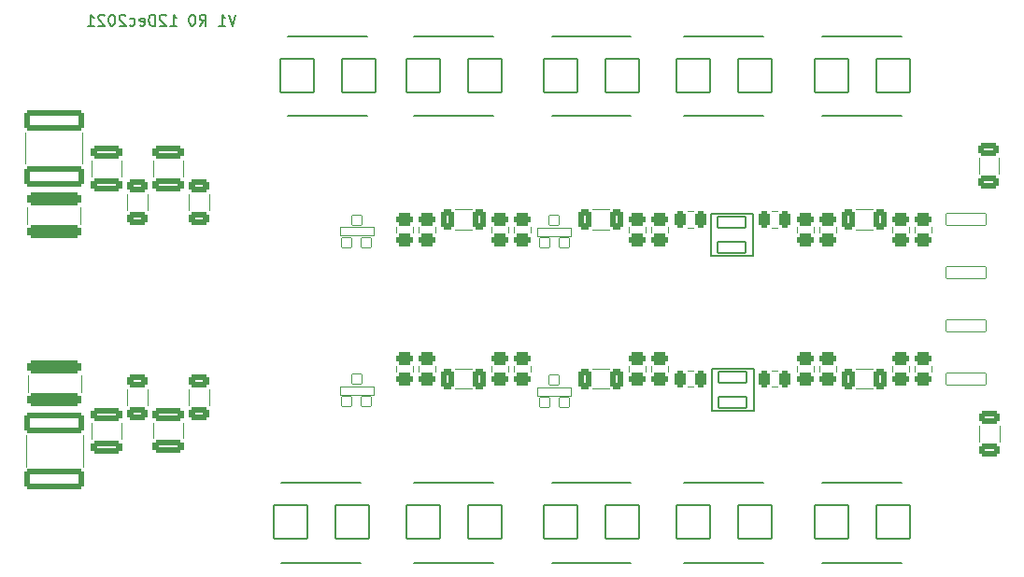
<source format=gbr>
%TF.GenerationSoftware,KiCad,Pcbnew,8.0.6*%
%TF.CreationDate,2024-11-13T10:13:59+01:00*%
%TF.ProjectId,5uH_LISN,3575485f-4c49-4534-9e2e-6b696361645f,V1 R0*%
%TF.SameCoordinates,Original*%
%TF.FileFunction,Legend,Bot*%
%TF.FilePolarity,Positive*%
%FSLAX46Y46*%
G04 Gerber Fmt 4.6, Leading zero omitted, Abs format (unit mm)*
G04 Created by KiCad (PCBNEW 8.0.6) date 2024-11-13 10:13:59*
%MOMM*%
%LPD*%
G01*
G04 APERTURE LIST*
G04 Aperture macros list*
%AMRoundRect*
0 Rectangle with rounded corners*
0 $1 Rounding radius*
0 $2 $3 $4 $5 $6 $7 $8 $9 X,Y pos of 4 corners*
0 Add a 4 corners polygon primitive as box body*
4,1,4,$2,$3,$4,$5,$6,$7,$8,$9,$2,$3,0*
0 Add four circle primitives for the rounded corners*
1,1,$1+$1,$2,$3*
1,1,$1+$1,$4,$5*
1,1,$1+$1,$6,$7*
1,1,$1+$1,$8,$9*
0 Add four rect primitives between the rounded corners*
20,1,$1+$1,$2,$3,$4,$5,0*
20,1,$1+$1,$4,$5,$6,$7,0*
20,1,$1+$1,$6,$7,$8,$9,0*
20,1,$1+$1,$8,$9,$2,$3,0*%
G04 Aperture macros list end*
%ADD10C,0.200000*%
%ADD11C,0.120000*%
%ADD12C,0.119380*%
%ADD13C,0.127000*%
%ADD14C,4.000000*%
%ADD15C,3.700000*%
%ADD16C,2.150000*%
%ADD17C,2.350000*%
%ADD18C,10.203200*%
%ADD19C,8.203200*%
%ADD20RoundRect,0.263889X-2.486111X0.686111X-2.486111X-0.686111X2.486111X-0.686111X2.486111X0.686111X0*%
%ADD21RoundRect,0.263889X2.486111X-0.686111X2.486111X0.686111X-2.486111X0.686111X-2.486111X-0.686111X0*%
%ADD22RoundRect,0.271738X-1.128262X0.353262X-1.128262X-0.353262X1.128262X-0.353262X1.128262X0.353262X0*%
%ADD23RoundRect,0.271738X1.128262X-0.353262X1.128262X0.353262X-1.128262X0.353262X-1.128262X-0.353262X0*%
%ADD24RoundRect,0.050000X-0.457200X-0.457200X0.457200X-0.457200X0.457200X0.457200X-0.457200X0.457200X0*%
%ADD25RoundRect,0.101600X1.270000X0.508000X-1.270000X0.508000X-1.270000X-0.508000X1.270000X-0.508000X0*%
%ADD26RoundRect,0.274388X0.475612X-0.288112X0.475612X0.288112X-0.475612X0.288112X-0.475612X-0.288112X0*%
%ADD27RoundRect,0.274388X-0.475612X0.288112X-0.475612X-0.288112X0.475612X-0.288112X0.475612X0.288112X0*%
%ADD28RoundRect,0.273808X-2.151192X0.301192X-2.151192X-0.301192X2.151192X-0.301192X2.151192X0.301192X0*%
%ADD29RoundRect,0.273808X2.151192X-0.301192X2.151192X0.301192X-2.151192X0.301192X-2.151192X-0.301192X0*%
%ADD30RoundRect,0.272219X-0.340281X-0.652781X0.340281X-0.652781X0.340281X0.652781X-0.340281X0.652781X0*%
%ADD31RoundRect,0.272219X-0.652781X0.340281X-0.652781X-0.340281X0.652781X-0.340281X0.652781X0.340281X0*%
%ADD32RoundRect,0.272219X0.652781X-0.340281X0.652781X0.340281X-0.652781X0.340281X-0.652781X-0.340281X0*%
%ADD33RoundRect,0.275000X-0.275000X-0.500000X0.275000X-0.500000X0.275000X0.500000X-0.275000X0.500000X0*%
%ADD34RoundRect,0.271738X-0.678262X0.353262X-0.678262X-0.353262X0.678262X-0.353262X0.678262X0.353262X0*%
%ADD35RoundRect,0.271738X0.678262X-0.353262X0.678262X0.353262X-0.678262X0.353262X-0.678262X-0.353262X0*%
%ADD36RoundRect,0.050000X1.800000X-0.525000X1.800000X0.525000X-1.800000X0.525000X-1.800000X-0.525000X0*%
%ADD37RoundRect,0.050000X-1.800000X0.525000X-1.800000X-0.525000X1.800000X-0.525000X1.800000X0.525000X0*%
%ADD38RoundRect,0.101600X1.500000X1.500000X-1.500000X1.500000X-1.500000X-1.500000X1.500000X-1.500000X0*%
G04 APERTURE END LIST*
D10*
X23761904Y56032781D02*
X23428571Y55032781D01*
X23428571Y55032781D02*
X23095238Y56032781D01*
X22238095Y55032781D02*
X22809523Y55032781D01*
X22523809Y55032781D02*
X22523809Y56032781D01*
X22523809Y56032781D02*
X22619047Y55889924D01*
X22619047Y55889924D02*
X22714285Y55794686D01*
X22714285Y55794686D02*
X22809523Y55747067D01*
X20476190Y55032781D02*
X20809523Y55508972D01*
X21047618Y55032781D02*
X21047618Y56032781D01*
X21047618Y56032781D02*
X20666666Y56032781D01*
X20666666Y56032781D02*
X20571428Y55985162D01*
X20571428Y55985162D02*
X20523809Y55937543D01*
X20523809Y55937543D02*
X20476190Y55842305D01*
X20476190Y55842305D02*
X20476190Y55699448D01*
X20476190Y55699448D02*
X20523809Y55604210D01*
X20523809Y55604210D02*
X20571428Y55556591D01*
X20571428Y55556591D02*
X20666666Y55508972D01*
X20666666Y55508972D02*
X21047618Y55508972D01*
X19857142Y56032781D02*
X19761904Y56032781D01*
X19761904Y56032781D02*
X19666666Y55985162D01*
X19666666Y55985162D02*
X19619047Y55937543D01*
X19619047Y55937543D02*
X19571428Y55842305D01*
X19571428Y55842305D02*
X19523809Y55651829D01*
X19523809Y55651829D02*
X19523809Y55413734D01*
X19523809Y55413734D02*
X19571428Y55223258D01*
X19571428Y55223258D02*
X19619047Y55128020D01*
X19619047Y55128020D02*
X19666666Y55080400D01*
X19666666Y55080400D02*
X19761904Y55032781D01*
X19761904Y55032781D02*
X19857142Y55032781D01*
X19857142Y55032781D02*
X19952380Y55080400D01*
X19952380Y55080400D02*
X19999999Y55128020D01*
X19999999Y55128020D02*
X20047618Y55223258D01*
X20047618Y55223258D02*
X20095237Y55413734D01*
X20095237Y55413734D02*
X20095237Y55651829D01*
X20095237Y55651829D02*
X20047618Y55842305D01*
X20047618Y55842305D02*
X19999999Y55937543D01*
X19999999Y55937543D02*
X19952380Y55985162D01*
X19952380Y55985162D02*
X19857142Y56032781D01*
X17809523Y55032781D02*
X18380951Y55032781D01*
X18095237Y55032781D02*
X18095237Y56032781D01*
X18095237Y56032781D02*
X18190475Y55889924D01*
X18190475Y55889924D02*
X18285713Y55794686D01*
X18285713Y55794686D02*
X18380951Y55747067D01*
X17428570Y55937543D02*
X17380951Y55985162D01*
X17380951Y55985162D02*
X17285713Y56032781D01*
X17285713Y56032781D02*
X17047618Y56032781D01*
X17047618Y56032781D02*
X16952380Y55985162D01*
X16952380Y55985162D02*
X16904761Y55937543D01*
X16904761Y55937543D02*
X16857142Y55842305D01*
X16857142Y55842305D02*
X16857142Y55747067D01*
X16857142Y55747067D02*
X16904761Y55604210D01*
X16904761Y55604210D02*
X17476189Y55032781D01*
X17476189Y55032781D02*
X16857142Y55032781D01*
X16428570Y55032781D02*
X16428570Y56032781D01*
X16428570Y56032781D02*
X16190475Y56032781D01*
X16190475Y56032781D02*
X16047618Y55985162D01*
X16047618Y55985162D02*
X15952380Y55889924D01*
X15952380Y55889924D02*
X15904761Y55794686D01*
X15904761Y55794686D02*
X15857142Y55604210D01*
X15857142Y55604210D02*
X15857142Y55461353D01*
X15857142Y55461353D02*
X15904761Y55270877D01*
X15904761Y55270877D02*
X15952380Y55175639D01*
X15952380Y55175639D02*
X16047618Y55080400D01*
X16047618Y55080400D02*
X16190475Y55032781D01*
X16190475Y55032781D02*
X16428570Y55032781D01*
X15047618Y55080400D02*
X15142856Y55032781D01*
X15142856Y55032781D02*
X15333332Y55032781D01*
X15333332Y55032781D02*
X15428570Y55080400D01*
X15428570Y55080400D02*
X15476189Y55175639D01*
X15476189Y55175639D02*
X15476189Y55556591D01*
X15476189Y55556591D02*
X15428570Y55651829D01*
X15428570Y55651829D02*
X15333332Y55699448D01*
X15333332Y55699448D02*
X15142856Y55699448D01*
X15142856Y55699448D02*
X15047618Y55651829D01*
X15047618Y55651829D02*
X14999999Y55556591D01*
X14999999Y55556591D02*
X14999999Y55461353D01*
X14999999Y55461353D02*
X15476189Y55366115D01*
X14142856Y55080400D02*
X14238094Y55032781D01*
X14238094Y55032781D02*
X14428570Y55032781D01*
X14428570Y55032781D02*
X14523808Y55080400D01*
X14523808Y55080400D02*
X14571427Y55128020D01*
X14571427Y55128020D02*
X14619046Y55223258D01*
X14619046Y55223258D02*
X14619046Y55508972D01*
X14619046Y55508972D02*
X14571427Y55604210D01*
X14571427Y55604210D02*
X14523808Y55651829D01*
X14523808Y55651829D02*
X14428570Y55699448D01*
X14428570Y55699448D02*
X14238094Y55699448D01*
X14238094Y55699448D02*
X14142856Y55651829D01*
X13761903Y55937543D02*
X13714284Y55985162D01*
X13714284Y55985162D02*
X13619046Y56032781D01*
X13619046Y56032781D02*
X13380951Y56032781D01*
X13380951Y56032781D02*
X13285713Y55985162D01*
X13285713Y55985162D02*
X13238094Y55937543D01*
X13238094Y55937543D02*
X13190475Y55842305D01*
X13190475Y55842305D02*
X13190475Y55747067D01*
X13190475Y55747067D02*
X13238094Y55604210D01*
X13238094Y55604210D02*
X13809522Y55032781D01*
X13809522Y55032781D02*
X13190475Y55032781D01*
X12571427Y56032781D02*
X12476189Y56032781D01*
X12476189Y56032781D02*
X12380951Y55985162D01*
X12380951Y55985162D02*
X12333332Y55937543D01*
X12333332Y55937543D02*
X12285713Y55842305D01*
X12285713Y55842305D02*
X12238094Y55651829D01*
X12238094Y55651829D02*
X12238094Y55413734D01*
X12238094Y55413734D02*
X12285713Y55223258D01*
X12285713Y55223258D02*
X12333332Y55128020D01*
X12333332Y55128020D02*
X12380951Y55080400D01*
X12380951Y55080400D02*
X12476189Y55032781D01*
X12476189Y55032781D02*
X12571427Y55032781D01*
X12571427Y55032781D02*
X12666665Y55080400D01*
X12666665Y55080400D02*
X12714284Y55128020D01*
X12714284Y55128020D02*
X12761903Y55223258D01*
X12761903Y55223258D02*
X12809522Y55413734D01*
X12809522Y55413734D02*
X12809522Y55651829D01*
X12809522Y55651829D02*
X12761903Y55842305D01*
X12761903Y55842305D02*
X12714284Y55937543D01*
X12714284Y55937543D02*
X12666665Y55985162D01*
X12666665Y55985162D02*
X12571427Y56032781D01*
X11857141Y55937543D02*
X11809522Y55985162D01*
X11809522Y55985162D02*
X11714284Y56032781D01*
X11714284Y56032781D02*
X11476189Y56032781D01*
X11476189Y56032781D02*
X11380951Y55985162D01*
X11380951Y55985162D02*
X11333332Y55937543D01*
X11333332Y55937543D02*
X11285713Y55842305D01*
X11285713Y55842305D02*
X11285713Y55747067D01*
X11285713Y55747067D02*
X11333332Y55604210D01*
X11333332Y55604210D02*
X11904760Y55032781D01*
X11904760Y55032781D02*
X11285713Y55032781D01*
X10333332Y55032781D02*
X10904760Y55032781D01*
X10619046Y55032781D02*
X10619046Y56032781D01*
X10619046Y56032781D02*
X10714284Y55889924D01*
X10714284Y55889924D02*
X10809522Y55794686D01*
X10809522Y55794686D02*
X10904760Y55747067D01*
D11*
%TO.C,C1*%
X9876000Y45349748D02*
X9876000Y42518252D01*
X4656000Y45349748D02*
X4656000Y42518252D01*
%TO.C,C2*%
X9934000Y15061252D02*
X9934000Y17892748D01*
X4714000Y15061252D02*
X4714000Y17892748D01*
%TO.C,C5*%
X16268000Y42811252D02*
X16268000Y41388748D01*
X18988000Y42811252D02*
X18988000Y41388748D01*
%TO.C,C6*%
X10668000Y17577748D02*
X10668000Y19000252D01*
X13388000Y17577748D02*
X13388000Y19000252D01*
%TO.C,C7*%
X10668000Y42811252D02*
X10668000Y41388748D01*
X13388000Y42811252D02*
X13388000Y41388748D01*
%TO.C,C8*%
X16268000Y17627748D02*
X16268000Y19050252D01*
X18988000Y17627748D02*
X18988000Y19050252D01*
D12*
%TO.C,D1*%
X33176000Y36019000D02*
X36224000Y36019000D01*
X36224000Y36781000D02*
X33176000Y36781000D01*
X33176000Y36781000D02*
X33176000Y36019000D01*
X36224000Y36019000D02*
X36224000Y36781000D01*
%TO.C,D2*%
X51076000Y35969000D02*
X54124000Y35969000D01*
X54124000Y36731000D02*
X51076000Y36731000D01*
X54124000Y35969000D02*
X54124000Y36731000D01*
X51076000Y36731000D02*
X51076000Y35969000D01*
%TO.C,D3*%
X36224000Y21569000D02*
X36224000Y22331000D01*
X36224000Y22331000D02*
X33176000Y22331000D01*
X33176000Y21569000D02*
X36224000Y21569000D01*
X33176000Y22331000D02*
X33176000Y21569000D01*
%TO.C,D4*%
X54124000Y22231000D02*
X51076000Y22231000D01*
X51076000Y21469000D02*
X54124000Y21469000D01*
X51076000Y22231000D02*
X51076000Y21469000D01*
X54124000Y21469000D02*
X54124000Y22231000D01*
D13*
%TO.C,L6*%
X70605000Y38005000D02*
X66795000Y38005000D01*
X70605000Y34195000D02*
X70605000Y38005000D01*
X66795000Y34195000D02*
X70605000Y34195000D01*
X66795000Y38005000D02*
X66795000Y34195000D01*
D11*
%TO.C,R1*%
X38309000Y36316936D02*
X38309000Y36771064D01*
X39779000Y36316936D02*
X39779000Y36771064D01*
%TO.C,R2*%
X38309000Y24139564D02*
X38309000Y23685436D01*
X39779000Y24139564D02*
X39779000Y23685436D01*
%TO.C,R3*%
X4856000Y38605064D02*
X4856000Y37050936D01*
X9676000Y38605064D02*
X9676000Y37050936D01*
%TO.C,R4*%
X4914000Y21795936D02*
X4914000Y23350064D01*
X9734000Y21795936D02*
X9734000Y23350064D01*
%TO.C,R5*%
X40341000Y36316936D02*
X40341000Y36771064D01*
X41811000Y36316936D02*
X41811000Y36771064D01*
%TO.C,R6*%
X41811000Y24139564D02*
X41811000Y23685436D01*
X40341000Y24139564D02*
X40341000Y23685436D01*
%TO.C,R7*%
X43650936Y38363000D02*
X45105064Y38363000D01*
X43650936Y36543000D02*
X45105064Y36543000D01*
%TO.C,R8*%
X43650936Y22104000D02*
X45105064Y22104000D01*
X43650936Y23924000D02*
X45105064Y23924000D01*
%TO.C,R9*%
X19518000Y39777064D02*
X19518000Y38322936D01*
X21338000Y39777064D02*
X21338000Y38322936D01*
%TO.C,R10*%
X13918000Y20611936D02*
X13918000Y22066064D01*
X15738000Y20611936D02*
X15738000Y22066064D01*
%TO.C,R11*%
X46945000Y36316936D02*
X46945000Y36771064D01*
X48415000Y36316936D02*
X48415000Y36771064D01*
%TO.C,R12*%
X48415000Y24139564D02*
X48415000Y23685436D01*
X46945000Y24139564D02*
X46945000Y23685436D01*
%TO.C,R13*%
X13918000Y39777064D02*
X13918000Y38322936D01*
X15738000Y39777064D02*
X15738000Y38322936D01*
%TO.C,R14*%
X19518000Y20611936D02*
X19518000Y22066064D01*
X21338000Y20611936D02*
X21338000Y22066064D01*
%TO.C,R15*%
X48977000Y36316936D02*
X48977000Y36771064D01*
X50447000Y36316936D02*
X50447000Y36771064D01*
%TO.C,R16*%
X50447000Y24139564D02*
X50447000Y23685436D01*
X48977000Y24139564D02*
X48977000Y23685436D01*
%TO.C,C11*%
X64698748Y38188000D02*
X65221252Y38188000D01*
X64698748Y36718000D02*
X65221252Y36718000D01*
%TO.C,C12*%
X64698748Y23749000D02*
X65221252Y23749000D01*
X64698748Y22279000D02*
X65221252Y22279000D01*
%TO.C,C13*%
X72318748Y36718000D02*
X72841252Y36718000D01*
X72318748Y38188000D02*
X72841252Y38188000D01*
%TO.C,C14*%
X72318748Y23749000D02*
X72841252Y23749000D01*
X72318748Y22279000D02*
X72841252Y22279000D01*
%TO.C,C15*%
X92910000Y43027252D02*
X92910000Y41604748D01*
X91090000Y43027252D02*
X91090000Y41604748D01*
%TO.C,C16*%
X91132000Y17322748D02*
X91132000Y18745252D01*
X92952000Y17322748D02*
X92952000Y18745252D01*
%TO.C,R17*%
X56104936Y38363000D02*
X57559064Y38363000D01*
X56104936Y36543000D02*
X57559064Y36543000D01*
%TO.C,R18*%
X56104936Y22104000D02*
X57559064Y22104000D01*
X56104936Y23924000D02*
X57559064Y23924000D01*
%TO.C,R19*%
X60869000Y36316936D02*
X60869000Y36771064D01*
X59399000Y36316936D02*
X59399000Y36771064D01*
%TO.C,R20*%
X59399000Y24139564D02*
X59399000Y23685436D01*
X60869000Y24139564D02*
X60869000Y23685436D01*
%TO.C,R21*%
X62901000Y36316936D02*
X62901000Y36771064D01*
X61431000Y36316936D02*
X61431000Y36771064D01*
%TO.C,R22*%
X61431000Y24139564D02*
X61431000Y23685436D01*
X62901000Y24139564D02*
X62901000Y23685436D01*
%TO.C,R23*%
X74639000Y36316936D02*
X74639000Y36771064D01*
X76109000Y36316936D02*
X76109000Y36771064D01*
%TO.C,R24*%
X74639000Y24139564D02*
X74639000Y23685436D01*
X76109000Y24139564D02*
X76109000Y23685436D01*
%TO.C,R25*%
X76671000Y36316936D02*
X76671000Y36771064D01*
X78141000Y36316936D02*
X78141000Y36771064D01*
%TO.C,R26*%
X78141000Y24139564D02*
X78141000Y23685436D01*
X76671000Y24139564D02*
X76671000Y23685436D01*
%TO.C,R27*%
X79980936Y38363000D02*
X81435064Y38363000D01*
X79980936Y36543000D02*
X81435064Y36543000D01*
%TO.C,R28*%
X79980936Y22104000D02*
X81435064Y22104000D01*
X79980936Y23924000D02*
X81435064Y23924000D01*
%TO.C,R29*%
X85307000Y36322936D02*
X85307000Y36777064D01*
X86777000Y36322936D02*
X86777000Y36777064D01*
%TO.C,R30*%
X86777000Y24139564D02*
X86777000Y23685436D01*
X85307000Y24139564D02*
X85307000Y23685436D01*
%TO.C,R31*%
X84745000Y36322936D02*
X84745000Y36777064D01*
X83275000Y36322936D02*
X83275000Y36777064D01*
%TO.C,R32*%
X83275000Y24139564D02*
X83275000Y23685436D01*
X84745000Y24139564D02*
X84745000Y23685436D01*
D13*
%TO.C,L8*%
X39900000Y6350000D02*
X47050000Y6350000D01*
X39900000Y13550000D02*
X47050000Y13550000D01*
%TO.C,L7*%
X27900000Y13550000D02*
X35050000Y13550000D01*
X27900000Y6350000D02*
X35050000Y6350000D01*
%TO.C,L11*%
X76900000Y13550000D02*
X84050000Y13550000D01*
X76900000Y6350000D02*
X84050000Y6350000D01*
%TO.C,L10*%
X64400000Y6350000D02*
X71550000Y6350000D01*
X64400000Y13550000D02*
X71550000Y13550000D01*
%TO.C,L4*%
X64400000Y46850000D02*
X71550000Y46850000D01*
X64400000Y54050000D02*
X71550000Y54050000D01*
%TO.C,L12*%
X66895000Y23905000D02*
X66895000Y20095000D01*
X70705000Y23905000D02*
X66895000Y23905000D01*
X70705000Y20095000D02*
X70705000Y23905000D01*
X66895000Y20095000D02*
X70705000Y20095000D01*
%TO.C,L2*%
X39900000Y54050000D02*
X47050000Y54050000D01*
X39900000Y46850000D02*
X47050000Y46850000D01*
%TO.C,L1*%
X28500000Y46850000D02*
X35650000Y46850000D01*
X28500000Y54050000D02*
X35650000Y54050000D01*
%TO.C,L3*%
X52400000Y46850000D02*
X59550000Y46850000D01*
X52400000Y54050000D02*
X59550000Y54050000D01*
%TO.C,L9*%
X52400000Y13550000D02*
X59550000Y13550000D01*
X52400000Y6350000D02*
X59550000Y6350000D01*
%TO.C,L5*%
X76900000Y46850000D02*
X84050000Y46850000D01*
X76900000Y54050000D02*
X84050000Y54050000D01*
%TD*%
%LPC*%
D14*
X107307978Y58434627D02*
G75*
G02*
X110357993Y55392958I319622J-2729527D01*
G01*
X2058333Y55400000D02*
G75*
G02*
X5100004Y58450034I2729567J319600D01*
G01*
X5100000Y2058333D02*
G75*
G02*
X2049966Y5100004I-319600J2729567D01*
G01*
X5624000Y58462000D02*
X107700000Y58462000D01*
X5624000Y2050000D02*
X107200000Y2050000D01*
X110350000Y55600000D02*
X110350000Y4462000D01*
D15*
X1824000Y55600000D02*
X1824000Y4462000D01*
D14*
X110350000Y5100000D02*
G75*
G02*
X107308338Y2050039I-2729500J-319600D01*
G01*
D16*
%TO.C,J1*%
X28500000Y37456500D03*
D17*
X25960000Y39996500D03*
X31040000Y34916500D03*
X25960000Y34916500D03*
X31040000Y39996500D03*
%TD*%
D16*
%TO.C,J2*%
X28500000Y23000000D03*
D17*
X25960000Y25540000D03*
X25960000Y20460000D03*
X31040000Y20460000D03*
X31040000Y25540000D03*
%TD*%
D18*
%TO.C,J4*%
X15000000Y30200000D03*
%TD*%
D19*
%TO.C,H1*%
X5150000Y5000000D03*
%TD*%
%TO.C,H2*%
X5150000Y55500000D03*
%TD*%
%TO.C,H3*%
X107250000Y55500000D03*
%TD*%
%TO.C,H4*%
X107250000Y5000000D03*
%TD*%
D18*
%TO.C,J3*%
X15000000Y49260000D03*
%TD*%
%TO.C,J5*%
X15000000Y11140000D03*
%TD*%
%TO.C,J6*%
X97400000Y30200000D03*
%TD*%
%TO.C,J7*%
X97400000Y49260000D03*
%TD*%
%TO.C,J8*%
X97400000Y11140000D03*
%TD*%
D20*
%TO.C,C1*%
X7266000Y46484000D03*
X7266000Y41384000D03*
%TD*%
D21*
%TO.C,C2*%
X7324000Y13927000D03*
X7324000Y19027000D03*
%TD*%
D22*
%TO.C,C5*%
X17628000Y43575000D03*
X17628000Y40625000D03*
%TD*%
D23*
%TO.C,C6*%
X12028000Y16814000D03*
X12028000Y19764000D03*
%TD*%
D22*
%TO.C,C7*%
X12028000Y43575000D03*
X12028000Y40625000D03*
%TD*%
D23*
%TO.C,C8*%
X17628000Y16864000D03*
X17628000Y19814000D03*
%TD*%
D24*
%TO.C,D1*%
X35589000Y35384000D03*
X33811000Y35384000D03*
X34700000Y37416000D03*
%TD*%
%TO.C,D2*%
X53489000Y35334000D03*
X51711000Y35334000D03*
X52600000Y37366000D03*
%TD*%
%TO.C,D3*%
X35589000Y20934000D03*
X33811000Y20934000D03*
X34700000Y22966000D03*
%TD*%
%TO.C,D4*%
X53489000Y20834000D03*
X51711000Y20834000D03*
X52600000Y22866000D03*
%TD*%
D25*
%TO.C,L6*%
X68700000Y37243000D03*
X68700000Y34957000D03*
%TD*%
D26*
%TO.C,R1*%
X39044000Y35631500D03*
X39044000Y37456500D03*
%TD*%
D27*
%TO.C,R2*%
X39044000Y24825000D03*
X39044000Y23000000D03*
%TD*%
D28*
%TO.C,R3*%
X7266000Y39303000D03*
X7266000Y36353000D03*
%TD*%
D29*
%TO.C,R4*%
X7324000Y21098000D03*
X7324000Y24048000D03*
%TD*%
D26*
%TO.C,R5*%
X41076000Y35631500D03*
X41076000Y37456500D03*
%TD*%
D27*
%TO.C,R6*%
X41076000Y24825000D03*
X41076000Y23000000D03*
%TD*%
D30*
%TO.C,R7*%
X42915500Y37453000D03*
X45840500Y37453000D03*
%TD*%
%TO.C,R8*%
X42915500Y23014000D03*
X45840500Y23014000D03*
%TD*%
D31*
%TO.C,R9*%
X20428000Y40512500D03*
X20428000Y37587500D03*
%TD*%
D32*
%TO.C,R10*%
X14828000Y19876500D03*
X14828000Y22801500D03*
%TD*%
D26*
%TO.C,R11*%
X47680000Y35631500D03*
X47680000Y37456500D03*
%TD*%
D27*
%TO.C,R12*%
X47680000Y24825000D03*
X47680000Y23000000D03*
%TD*%
D31*
%TO.C,R13*%
X14828000Y40512500D03*
X14828000Y37587500D03*
%TD*%
D32*
%TO.C,R14*%
X20428000Y19876500D03*
X20428000Y22801500D03*
%TD*%
D26*
%TO.C,R15*%
X49712000Y35631500D03*
X49712000Y37456500D03*
%TD*%
D27*
%TO.C,R16*%
X49712000Y24825000D03*
X49712000Y23000000D03*
%TD*%
D33*
%TO.C,C11*%
X64010000Y37453000D03*
X65910000Y37453000D03*
%TD*%
%TO.C,C12*%
X64010000Y23014000D03*
X65910000Y23014000D03*
%TD*%
%TO.C,C13*%
X71630000Y37453000D03*
X73530000Y37453000D03*
%TD*%
%TO.C,C14*%
X71630000Y23014000D03*
X73530000Y23014000D03*
%TD*%
D34*
%TO.C,C15*%
X92000000Y43791000D03*
X92000000Y40841000D03*
%TD*%
D35*
%TO.C,C16*%
X92042000Y16559000D03*
X92042000Y19509000D03*
%TD*%
D30*
%TO.C,R17*%
X55369500Y37453000D03*
X58294500Y37453000D03*
%TD*%
%TO.C,R18*%
X55369500Y23014000D03*
X58294500Y23014000D03*
%TD*%
D26*
%TO.C,R19*%
X60134000Y35631500D03*
X60134000Y37456500D03*
%TD*%
D27*
%TO.C,R20*%
X60134000Y24825000D03*
X60134000Y23000000D03*
%TD*%
D26*
%TO.C,R21*%
X62166000Y35631500D03*
X62166000Y37456500D03*
%TD*%
D27*
%TO.C,R22*%
X62166000Y24825000D03*
X62166000Y23000000D03*
%TD*%
D26*
%TO.C,R23*%
X75374000Y35631500D03*
X75374000Y37456500D03*
%TD*%
D27*
%TO.C,R24*%
X75374000Y24825000D03*
X75374000Y23000000D03*
%TD*%
D26*
%TO.C,R25*%
X77406000Y35631500D03*
X77406000Y37456500D03*
%TD*%
D27*
%TO.C,R26*%
X77406000Y24825000D03*
X77406000Y23000000D03*
%TD*%
D30*
%TO.C,R27*%
X79245500Y37453000D03*
X82170500Y37453000D03*
%TD*%
%TO.C,R28*%
X79245500Y23014000D03*
X82170500Y23014000D03*
%TD*%
D26*
%TO.C,R29*%
X86042000Y35637500D03*
X86042000Y37462500D03*
%TD*%
D27*
%TO.C,R30*%
X86042000Y24825000D03*
X86042000Y23000000D03*
%TD*%
D26*
%TO.C,R31*%
X84010000Y35637500D03*
X84010000Y37462500D03*
%TD*%
D27*
%TO.C,R32*%
X84010000Y24825000D03*
X84010000Y23000000D03*
%TD*%
D36*
%TO.C,GD1*%
X89924000Y32602000D03*
X89924000Y37452000D03*
%TD*%
D37*
%TO.C,GD2*%
X89924000Y27850000D03*
X89924000Y23000000D03*
%TD*%
D38*
%TO.C,L8*%
X40700000Y10000000D03*
X46300000Y10000000D03*
%TD*%
%TO.C,L7*%
X28700000Y10000000D03*
X34300000Y10000000D03*
%TD*%
%TO.C,L11*%
X77700000Y10000000D03*
X83300000Y10000000D03*
%TD*%
%TO.C,L10*%
X65200000Y10000000D03*
X70800000Y10000000D03*
%TD*%
%TO.C,L4*%
X65200000Y50500000D03*
X70800000Y50500000D03*
%TD*%
D25*
%TO.C,L12*%
X68800000Y23143000D03*
X68800000Y20857000D03*
%TD*%
D38*
%TO.C,L2*%
X40700000Y50500000D03*
X46300000Y50500000D03*
%TD*%
%TO.C,L1*%
X29300000Y50500000D03*
X34900000Y50500000D03*
%TD*%
%TO.C,L3*%
X53200000Y50500000D03*
X58800000Y50500000D03*
%TD*%
%TO.C,L9*%
X53200000Y10000000D03*
X58800000Y10000000D03*
%TD*%
%TO.C,L5*%
X77700000Y50500000D03*
X83300000Y50500000D03*
%TD*%
%LPD*%
M02*

</source>
